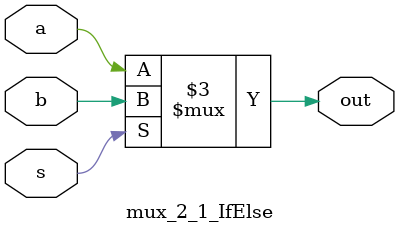
<source format=v>
`timescale 1ns / 1ps
module mux_2_1_IfElse(
    input a,
    input b,
    input s,
    output out
    );
	 reg out;
	 always @(*)
	 begin
		if (s) out = b;
		else out = a;
	 end

endmodule

</source>
